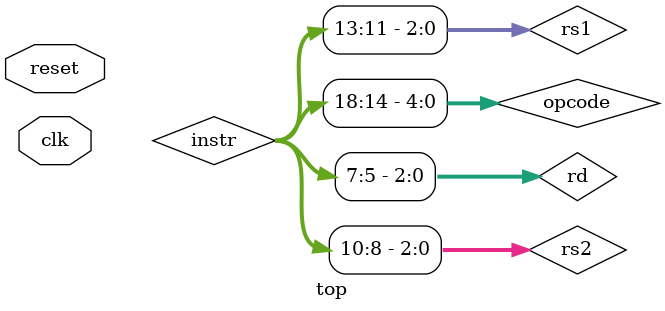
<source format=v>
module top (
    input clk,
    input reset
);
    wire [18:0] pc_out, next_pc;
    wire [18:0] instr;
    wire [4:0] opcode = instr[18:14];
    wire [2:0] rs1 = instr[13:11];
    wire [2:0] rs2 = instr[10:8];
    wire [2:0] rd  = instr[7:5];

    wire [18:0] rd1, rd2, alu_result;
    wire zero, reg_write;
    wire [2:0] alu_op;

    // Program Counter
    // FIX: increment is now explicitly 19-bit
    pc PC (.clk(clk), .reset(reset), .next_pc(pc_out + 19'd1), .pc_out(pc_out));

    // Instruction Memory
    instr_mem IM (.addr(pc_out), .instr(instr));

    // Control Unit
    control CU (.opcode(opcode), .reg_write(reg_write), .alu_op(alu_op));

    // Register File
    regfile RF (.clk(clk), .we(reg_write), .ra1(rs1), .ra2(rs2),
                .wa(rd), .wd(alu_result), .rd1(rd1), .rd2(rd2));

    // ALU
    alu ALU (.a(rd1), .b(rd2), .alu_op(alu_op),
             .result(alu_result), .zero(zero));

endmodule

</source>
